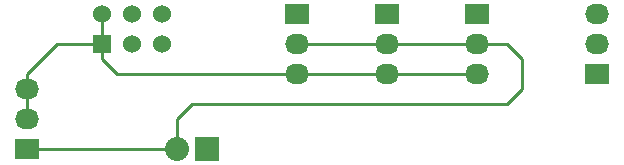
<source format=gbr>
G04 #@! TF.FileFunction,Copper,L2,Bot,Signal*
%FSLAX46Y46*%
G04 Gerber Fmt 4.6, Leading zero omitted, Abs format (unit mm)*
G04 Created by KiCad (PCBNEW 4.0.2-stable) date 5/23/2016 10:55:23 AM*
%MOMM*%
G01*
G04 APERTURE LIST*
%ADD10C,0.100000*%
%ADD11R,2.032000X2.032000*%
%ADD12O,2.032000X2.032000*%
%ADD13R,2.032000X1.727200*%
%ADD14O,2.032000X1.727200*%
%ADD15R,1.524000X1.524000*%
%ADD16C,1.524000*%
%ADD17C,0.254000*%
G04 APERTURE END LIST*
D10*
D11*
X154940000Y-96520000D03*
D12*
X152400000Y-96520000D03*
D13*
X162560000Y-85090000D03*
D14*
X162560000Y-87630000D03*
X162560000Y-90170000D03*
D13*
X187960000Y-90170000D03*
D14*
X187960000Y-87630000D03*
X187960000Y-85090000D03*
D13*
X170180000Y-85090000D03*
D14*
X170180000Y-87630000D03*
X170180000Y-90170000D03*
D13*
X177800000Y-85090000D03*
D14*
X177800000Y-87630000D03*
X177800000Y-90170000D03*
D13*
X139700000Y-96520000D03*
D14*
X139700000Y-93980000D03*
X139700000Y-91440000D03*
D15*
X146050000Y-87630000D03*
D16*
X148590000Y-87630000D03*
X151130000Y-87630000D03*
X151130000Y-85090000D03*
X148590000Y-85090000D03*
X146050000Y-85090000D03*
D17*
X152400000Y-96520000D02*
X139700000Y-96520000D01*
X177800000Y-87630000D02*
X180340000Y-87630000D01*
X152400000Y-93980000D02*
X152400000Y-96520000D01*
X153670000Y-92710000D02*
X152400000Y-93980000D01*
X154940000Y-92710000D02*
X153670000Y-92710000D01*
X180340000Y-92710000D02*
X154940000Y-92710000D01*
X181610000Y-91440000D02*
X180340000Y-92710000D01*
X181610000Y-88900000D02*
X181610000Y-91440000D01*
X180340000Y-87630000D02*
X181610000Y-88900000D01*
X170180000Y-87630000D02*
X177800000Y-87630000D01*
X170180000Y-87630000D02*
X162560000Y-87630000D01*
X170180000Y-90170000D02*
X177800000Y-90170000D01*
X162560000Y-90170000D02*
X170180000Y-90170000D01*
X146050000Y-87630000D02*
X146050000Y-88900000D01*
X147320000Y-90170000D02*
X162560000Y-90170000D01*
X146050000Y-88900000D02*
X147320000Y-90170000D01*
X146050000Y-87630000D02*
X146050000Y-85090000D01*
X139700000Y-91440000D02*
X139700000Y-90170000D01*
X142240000Y-87630000D02*
X146050000Y-87630000D01*
X139700000Y-90170000D02*
X142240000Y-87630000D01*
X139700000Y-93980000D02*
X139700000Y-91440000D01*
M02*

</source>
